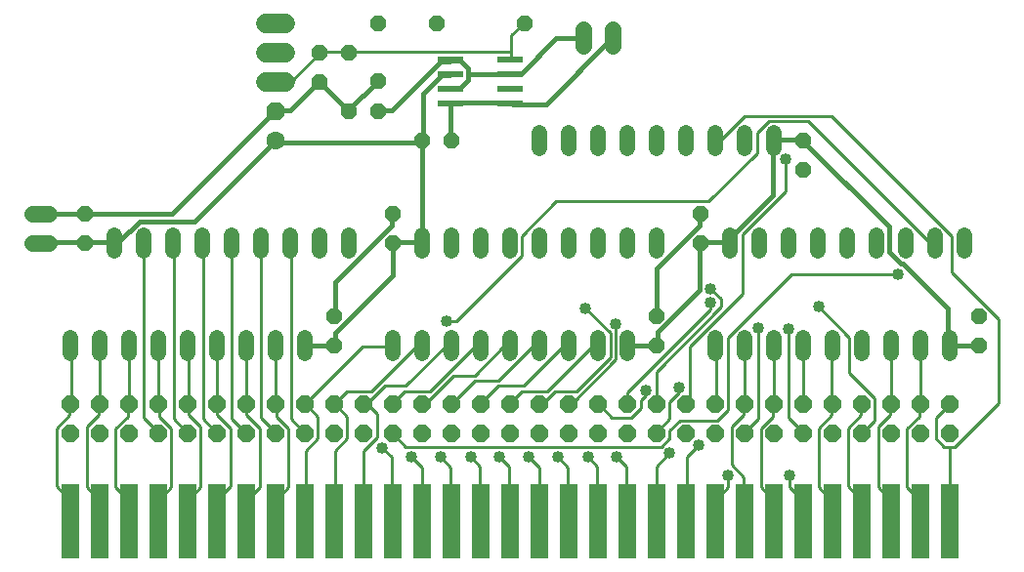
<source format=gtl>
G75*
%MOIN*%
%OFA0B0*%
%FSLAX24Y24*%
%IPPOS*%
%LPD*%
%AMOC8*
5,1,8,0,0,1.08239X$1,22.5*
%
%ADD10R,0.0600X0.2550*%
%ADD11C,0.0520*%
%ADD12OC8,0.0520*%
%ADD13R,0.0866X0.0236*%
%ADD14OC8,0.0630*%
%ADD15C,0.0630*%
%ADD16C,0.0660*%
%ADD17C,0.0560*%
%ADD18OC8,0.0600*%
%ADD19C,0.0100*%
%ADD20C,0.0400*%
%ADD21C,0.0160*%
D10*
X002180Y001940D03*
X003180Y001940D03*
X004180Y001940D03*
X005180Y001940D03*
X006180Y001940D03*
X007180Y001940D03*
X008180Y001940D03*
X009180Y001940D03*
X010180Y001940D03*
X011180Y001940D03*
X012180Y001940D03*
X013180Y001940D03*
X014180Y001940D03*
X015180Y001940D03*
X016180Y001940D03*
X017180Y001940D03*
X018180Y001940D03*
X019180Y001940D03*
X020180Y001940D03*
X021180Y001940D03*
X022180Y001940D03*
X023180Y001940D03*
X024180Y001940D03*
X025180Y001940D03*
X026180Y001940D03*
X027180Y001940D03*
X028180Y001940D03*
X029180Y001940D03*
X030180Y001940D03*
X031180Y001940D03*
X032180Y001940D03*
D11*
X032180Y007680D02*
X032180Y008200D01*
X031180Y008200D02*
X031180Y007680D01*
X030180Y007680D02*
X030180Y008200D01*
X029180Y008200D02*
X029180Y007680D01*
X028180Y007680D02*
X028180Y008200D01*
X027180Y008200D02*
X027180Y007680D01*
X026180Y007680D02*
X026180Y008200D01*
X025180Y008200D02*
X025180Y007680D01*
X024180Y007680D02*
X024180Y008200D01*
X021180Y008200D02*
X021180Y007680D01*
X020180Y007680D02*
X020180Y008200D01*
X019180Y008200D02*
X019180Y007680D01*
X018180Y007680D02*
X018180Y008200D01*
X017180Y008200D02*
X017180Y007680D01*
X016180Y007680D02*
X016180Y008200D01*
X015180Y008200D02*
X015180Y007680D01*
X014180Y007680D02*
X014180Y008200D01*
X013180Y008200D02*
X013180Y007680D01*
X010180Y007680D02*
X010180Y008200D01*
X009180Y008200D02*
X009180Y007680D01*
X008180Y007680D02*
X008180Y008200D01*
X007180Y008200D02*
X007180Y007680D01*
X006180Y007680D02*
X006180Y008200D01*
X005180Y008200D02*
X005180Y007680D01*
X004180Y007680D02*
X004180Y008200D01*
X003180Y008200D02*
X003180Y007680D01*
X002180Y007680D02*
X002180Y008200D01*
X003680Y011180D02*
X003680Y011700D01*
X004680Y011700D02*
X004680Y011180D01*
X005680Y011180D02*
X005680Y011700D01*
X006680Y011700D02*
X006680Y011180D01*
X007680Y011180D02*
X007680Y011700D01*
X008680Y011700D02*
X008680Y011180D01*
X009680Y011180D02*
X009680Y011700D01*
X010680Y011700D02*
X010680Y011180D01*
X011680Y011180D02*
X011680Y011700D01*
X014180Y011700D02*
X014180Y011180D01*
X015180Y011180D02*
X015180Y011700D01*
X016180Y011700D02*
X016180Y011180D01*
X017180Y011180D02*
X017180Y011700D01*
X018180Y011700D02*
X018180Y011180D01*
X019180Y011180D02*
X019180Y011700D01*
X020180Y011700D02*
X020180Y011180D01*
X021180Y011180D02*
X021180Y011700D01*
X022180Y011700D02*
X022180Y011180D01*
X024680Y011180D02*
X024680Y011700D01*
X025680Y011700D02*
X025680Y011180D01*
X026680Y011180D02*
X026680Y011700D01*
X027680Y011700D02*
X027680Y011180D01*
X028680Y011180D02*
X028680Y011700D01*
X029680Y011700D02*
X029680Y011180D01*
X030680Y011180D02*
X030680Y011700D01*
X031680Y011700D02*
X031680Y011180D01*
X032680Y011180D02*
X032680Y011700D01*
X026180Y014680D02*
X026180Y015200D01*
X025180Y015200D02*
X025180Y014680D01*
X024180Y014680D02*
X024180Y015200D01*
X023180Y015200D02*
X023180Y014680D01*
X022180Y014680D02*
X022180Y015200D01*
X021180Y015200D02*
X021180Y014680D01*
X020180Y014680D02*
X020180Y015200D01*
X019180Y015200D02*
X019180Y014680D01*
X018180Y014680D02*
X018180Y015200D01*
D12*
X015180Y014940D03*
X014180Y014940D03*
X012680Y015940D03*
X011680Y015940D03*
X010680Y016940D03*
X010680Y017940D03*
X011680Y017940D03*
X012680Y018930D03*
X014680Y018940D03*
X012680Y016950D03*
X017680Y018940D03*
X027180Y014940D03*
X027180Y013940D03*
X023680Y012440D03*
X023680Y011440D03*
X022180Y008940D03*
X022180Y007940D03*
X013180Y011440D03*
X013180Y012440D03*
X011180Y008940D03*
X011180Y007940D03*
X002680Y011440D03*
X002680Y012440D03*
X033180Y008940D03*
X033180Y007940D03*
D13*
X017204Y016190D03*
X017204Y016690D03*
X017204Y017190D03*
X017204Y017690D03*
X015156Y017690D03*
X015156Y017190D03*
X015156Y016690D03*
X015156Y016190D03*
D14*
X009180Y015940D03*
D15*
X009180Y014940D03*
D16*
X009510Y016940D02*
X008850Y016940D01*
X008850Y017940D02*
X009510Y017940D01*
X009510Y018940D02*
X008850Y018940D01*
D17*
X001460Y012440D02*
X000900Y012440D01*
X000900Y011440D02*
X001460Y011440D01*
X019680Y018160D02*
X019680Y018720D01*
X020680Y018720D02*
X020680Y018160D01*
D18*
X020180Y005940D03*
X019180Y005940D03*
X018180Y005940D03*
X017180Y005940D03*
X016180Y005940D03*
X015180Y005940D03*
X014180Y005940D03*
X013180Y005940D03*
X012180Y005940D03*
X011180Y005940D03*
X010180Y005940D03*
X009180Y005940D03*
X008180Y005940D03*
X007180Y005940D03*
X006180Y005940D03*
X005180Y005940D03*
X004180Y005940D03*
X003180Y005940D03*
X002180Y005940D03*
X002180Y004940D03*
X003180Y004940D03*
X004180Y004940D03*
X005180Y004940D03*
X006180Y004940D03*
X007180Y004940D03*
X008180Y004940D03*
X009180Y004940D03*
X010180Y004940D03*
X011180Y004940D03*
X012180Y004940D03*
X013180Y004940D03*
X014180Y004940D03*
X015180Y004940D03*
X016180Y004940D03*
X017180Y004940D03*
X018180Y004940D03*
X019180Y004940D03*
X020180Y004940D03*
X021180Y004940D03*
X022180Y004940D03*
X023180Y004940D03*
X024180Y004940D03*
X025180Y004940D03*
X026180Y004940D03*
X027180Y004940D03*
X028180Y004940D03*
X029180Y004940D03*
X030180Y004940D03*
X031180Y004940D03*
X032180Y004940D03*
X032180Y005940D03*
X031180Y005940D03*
X030180Y005940D03*
X029180Y005940D03*
X028180Y005940D03*
X027180Y005940D03*
X026180Y005940D03*
X025180Y005940D03*
X024180Y005940D03*
X023180Y005940D03*
X022180Y005940D03*
X021180Y005940D03*
D19*
X002180Y001940D02*
X002160Y001960D01*
X002160Y002680D01*
X001710Y003130D01*
X001710Y005110D01*
X002160Y005560D01*
X002160Y005920D01*
X002180Y005940D01*
X002205Y005965D01*
X002205Y007900D01*
X002180Y007940D01*
X003180Y007940D02*
X003195Y007900D01*
X003195Y005965D01*
X003180Y005940D01*
X003150Y005920D01*
X003150Y005560D01*
X002745Y005155D01*
X002745Y003085D01*
X003150Y002680D01*
X003150Y001960D01*
X003180Y001940D01*
X004140Y001960D02*
X004140Y002680D01*
X003735Y003085D01*
X003735Y005110D01*
X004140Y005515D01*
X004140Y005920D01*
X004180Y005940D01*
X004185Y005965D01*
X004185Y007900D01*
X004180Y007940D01*
X005175Y007900D02*
X005180Y007940D01*
X005175Y007900D02*
X005175Y005965D01*
X005180Y005940D01*
X005220Y005920D01*
X005220Y005515D01*
X005625Y005110D01*
X005625Y003085D01*
X005220Y002680D01*
X005220Y001960D01*
X005180Y001940D01*
X006180Y001940D02*
X006210Y001960D01*
X006210Y002680D01*
X006615Y003085D01*
X006615Y005155D01*
X006210Y005560D01*
X006210Y005920D01*
X006180Y005940D01*
X006210Y005965D01*
X006210Y007900D01*
X006180Y007940D01*
X007180Y007940D02*
X007200Y007900D01*
X007200Y005965D01*
X007180Y005940D01*
X007200Y005920D01*
X007200Y005560D01*
X007650Y005110D01*
X007650Y003130D01*
X007200Y002680D01*
X007200Y001960D01*
X007180Y001940D01*
X008180Y001940D02*
X008190Y001960D01*
X008190Y002635D01*
X008640Y003085D01*
X008640Y005110D01*
X008190Y005560D01*
X008190Y005920D01*
X008180Y005940D01*
X008190Y005965D01*
X008190Y007900D01*
X008180Y007940D01*
X009180Y007940D02*
X009180Y005940D01*
X009225Y005920D01*
X009225Y005515D01*
X009630Y005110D01*
X009630Y003085D01*
X009180Y002635D01*
X009180Y001940D01*
X010180Y001940D02*
X010215Y001960D01*
X010215Y004345D01*
X010620Y004750D01*
X010620Y005515D01*
X010215Y005920D01*
X010180Y005940D01*
X010215Y005965D01*
X012150Y007900D01*
X013140Y007900D01*
X013180Y007940D01*
X013995Y007900D02*
X012465Y006370D01*
X011610Y006370D01*
X011180Y005940D01*
X011205Y005920D01*
X011610Y005515D01*
X011610Y004750D01*
X011205Y004345D01*
X011205Y001960D01*
X011180Y001940D01*
X012180Y001940D02*
X012195Y001960D01*
X012195Y004345D01*
X012645Y004795D01*
X012645Y005605D01*
X012330Y005920D01*
X012180Y005940D01*
X012195Y005965D01*
X012330Y005965D01*
X012915Y006550D01*
X013635Y006550D01*
X014985Y007900D01*
X015165Y007900D01*
X015180Y007940D01*
X015975Y007900D02*
X014445Y006370D01*
X013590Y006370D01*
X013185Y005965D01*
X013180Y005940D01*
X014180Y005940D02*
X014220Y005965D01*
X014310Y005965D01*
X015255Y006910D01*
X015975Y006910D01*
X016965Y007900D01*
X017145Y007900D01*
X017180Y007940D01*
X017955Y007900D02*
X016785Y006730D01*
X015975Y006730D01*
X015210Y005965D01*
X015180Y005940D01*
X016180Y005940D02*
X016200Y005965D01*
X016785Y006550D01*
X017640Y006550D01*
X018990Y007900D01*
X019170Y007900D01*
X019180Y007940D01*
X019980Y007900D02*
X018450Y006370D01*
X017595Y006370D01*
X017190Y005965D01*
X017180Y005940D01*
X018180Y005965D02*
X018180Y005940D01*
X018180Y005965D02*
X018315Y005965D01*
X018720Y006370D01*
X019440Y006370D01*
X020610Y007540D01*
X020610Y008350D01*
X019755Y009205D01*
X020790Y008665D02*
X020790Y007450D01*
X019305Y005965D01*
X019215Y005965D01*
X019180Y005940D01*
X020180Y005940D02*
X020205Y005920D01*
X020655Y005470D01*
X021330Y005470D01*
X021645Y005785D01*
X021645Y006055D01*
X021825Y006235D01*
X021825Y006415D01*
X021195Y006325D02*
X021195Y005965D01*
X021180Y005940D01*
X021195Y006325D02*
X024030Y009160D01*
X024030Y009385D01*
X024390Y009250D02*
X022185Y007045D01*
X022185Y005965D01*
X022180Y005940D01*
X022635Y006010D02*
X022635Y005425D01*
X022185Y004975D01*
X022180Y004940D01*
X022635Y005020D02*
X022635Y004750D01*
X022365Y004480D01*
X013635Y004480D01*
X013185Y004930D01*
X013180Y004940D01*
X012825Y004435D02*
X013140Y004120D01*
X013140Y001960D01*
X013180Y001940D01*
X014175Y001960D02*
X014180Y001940D01*
X014175Y001960D02*
X014175Y003760D01*
X013815Y004120D01*
X014805Y004120D02*
X015165Y003760D01*
X015165Y001960D01*
X015180Y001940D01*
X016155Y001960D02*
X016180Y001940D01*
X016155Y001960D02*
X016155Y003805D01*
X015840Y004120D01*
X016830Y004120D02*
X017145Y003805D01*
X017145Y001960D01*
X017180Y001940D01*
X018180Y001940D02*
X018180Y003760D01*
X017820Y004120D01*
X018810Y004120D02*
X019170Y003760D01*
X019170Y001960D01*
X019180Y001940D01*
X020160Y001960D02*
X020180Y001940D01*
X020160Y001960D02*
X020160Y003805D01*
X019845Y004120D01*
X020835Y004120D02*
X021150Y003805D01*
X021150Y001960D01*
X021180Y001940D01*
X022180Y001940D02*
X022185Y001960D01*
X022185Y003805D01*
X022635Y004255D01*
X023220Y004120D02*
X023625Y004525D01*
X023220Y004120D02*
X023220Y001960D01*
X023180Y001940D01*
X024180Y001940D02*
X024210Y001960D01*
X024210Y002680D01*
X024615Y003085D01*
X024615Y003490D01*
X024750Y003850D02*
X025155Y003445D01*
X025155Y001960D01*
X025180Y001940D01*
X026145Y001960D02*
X026145Y002680D01*
X025740Y003085D01*
X025740Y005110D01*
X026145Y005515D01*
X026145Y005920D01*
X026180Y005940D01*
X026190Y005965D01*
X026190Y007900D01*
X026180Y007940D01*
X026685Y008485D02*
X026685Y005470D01*
X027180Y004975D01*
X027180Y004940D01*
X027720Y005110D02*
X027720Y003085D01*
X028170Y002635D01*
X028170Y001960D01*
X028180Y001940D01*
X029160Y001960D02*
X029180Y001940D01*
X029160Y001960D02*
X029160Y002680D01*
X028710Y003130D01*
X028710Y005110D01*
X029160Y005560D01*
X029160Y005920D01*
X029180Y005940D01*
X029610Y006145D02*
X029610Y005380D01*
X029205Y004975D01*
X029180Y004940D01*
X029745Y005155D02*
X029745Y003085D01*
X030150Y002680D01*
X030150Y001960D01*
X030180Y001940D01*
X031140Y001960D02*
X031140Y002680D01*
X030735Y003085D01*
X030735Y005110D01*
X031140Y005515D01*
X031140Y005920D01*
X031180Y005940D01*
X031185Y005965D01*
X031185Y007900D01*
X031180Y007940D01*
X030195Y007900D02*
X030180Y007940D01*
X030195Y007900D02*
X030195Y005965D01*
X030180Y005940D01*
X030150Y005920D01*
X030150Y005560D01*
X029745Y005155D01*
X029610Y006145D02*
X028755Y007000D01*
X028755Y008215D01*
X027720Y009250D01*
X028180Y007940D02*
X028170Y007900D01*
X028170Y005965D01*
X028180Y005940D01*
X028170Y005920D01*
X028170Y005560D01*
X027720Y005110D01*
X027180Y005940D02*
X027180Y007940D01*
X025650Y008530D02*
X025650Y005425D01*
X025200Y004975D01*
X025180Y004940D01*
X024750Y005155D02*
X024750Y003850D01*
X026730Y003490D02*
X026730Y003085D01*
X027180Y002635D01*
X027180Y001940D01*
X026180Y001940D02*
X026145Y001960D01*
X031140Y001960D02*
X031180Y001940D01*
X032175Y001960D02*
X032180Y001940D01*
X032175Y001960D02*
X032175Y004480D01*
X032355Y004480D01*
X033840Y005965D01*
X033840Y008845D01*
X032265Y010420D01*
X032265Y011680D01*
X028170Y015775D01*
X025200Y015775D01*
X024390Y014965D01*
X024210Y014965D01*
X024180Y014940D01*
X025605Y015190D02*
X025605Y014515D01*
X023940Y012850D01*
X018765Y012850D01*
X017595Y011680D01*
X017595Y011005D01*
X015345Y008755D01*
X015030Y008755D01*
X014180Y007940D02*
X014175Y007900D01*
X013995Y007900D01*
X015975Y007900D02*
X016155Y007900D01*
X016180Y007940D01*
X017955Y007900D02*
X018180Y007900D01*
X018180Y007940D01*
X019980Y007900D02*
X020160Y007900D01*
X020180Y007940D01*
X022950Y006505D02*
X022950Y006325D01*
X022635Y006010D01*
X023180Y005940D02*
X023220Y005965D01*
X023310Y006055D01*
X023310Y007900D01*
X025110Y009700D01*
X025110Y011725D01*
X026595Y013210D01*
X026595Y014290D01*
X025605Y015190D02*
X026010Y015595D01*
X027360Y015595D01*
X031500Y011455D01*
X031680Y011455D01*
X031680Y011440D01*
X030420Y010375D02*
X026775Y010375D01*
X024615Y008215D01*
X024615Y005740D01*
X024255Y005380D01*
X022995Y005380D01*
X022635Y005020D01*
X024180Y005940D02*
X024210Y005965D01*
X024210Y007900D01*
X024180Y007940D01*
X025180Y007940D02*
X025200Y007900D01*
X025200Y005965D01*
X025180Y005940D01*
X025155Y005920D01*
X025155Y005560D01*
X024750Y005155D01*
X024390Y009250D02*
X024390Y009520D01*
X024030Y009880D01*
X031725Y005470D02*
X032175Y005920D01*
X032180Y005940D01*
X031725Y005470D02*
X031725Y004750D01*
X031995Y004480D01*
X032175Y004480D01*
X017235Y017710D02*
X017204Y017690D01*
X017235Y017710D02*
X017235Y017980D01*
X011700Y017980D01*
X011680Y017940D01*
X011655Y017980D01*
X010710Y017980D01*
X010680Y017940D01*
X010665Y017890D01*
X009720Y016945D01*
X009180Y016945D01*
X009180Y016940D01*
X017235Y017980D02*
X017235Y018520D01*
X017640Y018925D01*
X017680Y018940D01*
X009720Y011410D02*
X009680Y011440D01*
X009720Y011410D02*
X009720Y005425D01*
X010170Y004975D01*
X010180Y004940D01*
X009180Y004975D02*
X009180Y004940D01*
X009180Y004975D02*
X008685Y005470D01*
X008685Y011410D01*
X008680Y011440D01*
X007695Y011410D02*
X007680Y011440D01*
X007695Y011410D02*
X007695Y005425D01*
X008180Y004940D01*
X007180Y004940D02*
X007155Y004975D01*
X006705Y005425D01*
X006705Y011410D01*
X006680Y011440D01*
X005715Y011410D02*
X005680Y011440D01*
X005715Y011410D02*
X005715Y005425D01*
X006165Y004975D01*
X006180Y004940D01*
X005180Y004940D02*
X005175Y004975D01*
X004680Y005470D01*
X004680Y011440D01*
X004140Y001960D02*
X004180Y001940D01*
D20*
X012825Y004435D03*
X013815Y004120D03*
X014805Y004120D03*
X015840Y004120D03*
X016830Y004120D03*
X017820Y004120D03*
X018810Y004120D03*
X019845Y004120D03*
X020835Y004120D03*
X022635Y004255D03*
X023625Y004525D03*
X024615Y003490D03*
X026730Y003490D03*
X022950Y006505D03*
X021825Y006415D03*
X020790Y008665D03*
X019755Y009205D03*
X024030Y009385D03*
X024030Y009880D03*
X025650Y008530D03*
X026685Y008485D03*
X027720Y009250D03*
X030420Y010375D03*
X026595Y014290D03*
X015030Y008755D03*
D21*
X013185Y010330D02*
X013185Y011365D01*
X013180Y011440D01*
X013185Y011455D01*
X014175Y011455D01*
X014180Y011440D01*
X014175Y011500D01*
X014175Y014875D01*
X014180Y014940D01*
X014130Y014875D01*
X009225Y014875D01*
X009180Y014940D01*
X009180Y014920D01*
X006435Y012175D01*
X004545Y012175D01*
X003870Y011500D01*
X003735Y011500D01*
X003680Y011440D01*
X003645Y011455D01*
X002700Y011455D01*
X002680Y011440D01*
X002610Y011455D01*
X001215Y011455D01*
X001180Y011440D01*
X001180Y012440D02*
X001215Y012445D01*
X002655Y012445D01*
X002680Y012440D01*
X002745Y012445D01*
X005670Y012445D01*
X009135Y015910D01*
X009180Y015940D01*
X009180Y015955D01*
X009675Y015955D01*
X010620Y016900D01*
X010680Y016940D01*
X010710Y016900D01*
X011655Y015955D01*
X011680Y015940D01*
X011700Y016000D01*
X012645Y016945D01*
X012680Y016950D01*
X012690Y015955D02*
X012680Y015940D01*
X012690Y015955D02*
X013140Y015955D01*
X014805Y017620D01*
X015120Y017620D01*
X015156Y017690D01*
X015165Y017665D01*
X015480Y017665D01*
X015750Y017395D01*
X015750Y017215D01*
X017190Y017215D01*
X017204Y017190D01*
X017280Y017215D01*
X017550Y017215D01*
X018765Y018430D01*
X019665Y018430D01*
X019680Y018440D01*
X020655Y018430D02*
X020680Y018440D01*
X020655Y018430D02*
X018405Y016180D01*
X017280Y016180D01*
X017204Y016190D01*
X017190Y016225D01*
X015210Y016225D01*
X015156Y016190D01*
X015165Y016180D01*
X015165Y014965D01*
X015180Y014940D01*
X014220Y014965D02*
X014180Y014940D01*
X014220Y014965D02*
X014220Y016540D01*
X014850Y017170D01*
X015120Y017170D01*
X015156Y017190D01*
X015480Y016720D02*
X015750Y016990D01*
X015750Y017215D01*
X015480Y016720D02*
X015165Y016720D01*
X015156Y016690D01*
X013180Y012440D02*
X013140Y012400D01*
X013140Y012040D01*
X011205Y010105D01*
X011205Y008980D01*
X011180Y008940D01*
X011205Y008350D02*
X013185Y010330D01*
X011205Y008350D02*
X011205Y007990D01*
X011180Y007940D01*
X011160Y007945D01*
X010215Y007945D01*
X010180Y007940D01*
X021180Y007940D02*
X021195Y007945D01*
X022140Y007945D01*
X022180Y007940D01*
X022230Y007990D01*
X022230Y008395D01*
X023670Y009835D01*
X023670Y011365D01*
X023680Y011440D01*
X023715Y011455D01*
X024660Y011455D01*
X024680Y011440D01*
X024705Y011500D01*
X024705Y011635D01*
X026145Y013075D01*
X026145Y014875D01*
X026180Y014940D01*
X026190Y014965D01*
X027180Y014965D01*
X027180Y014940D01*
X027225Y014875D01*
X030105Y011995D01*
X030105Y011140D01*
X030510Y010735D01*
X030600Y010735D01*
X032130Y009205D01*
X032130Y007990D01*
X032180Y007940D01*
X032220Y007945D01*
X033165Y007945D01*
X033180Y007940D01*
X023670Y012040D02*
X023670Y012400D01*
X023680Y012440D01*
X023670Y012040D02*
X022185Y010555D01*
X022185Y008980D01*
X022180Y008940D01*
M02*

</source>
